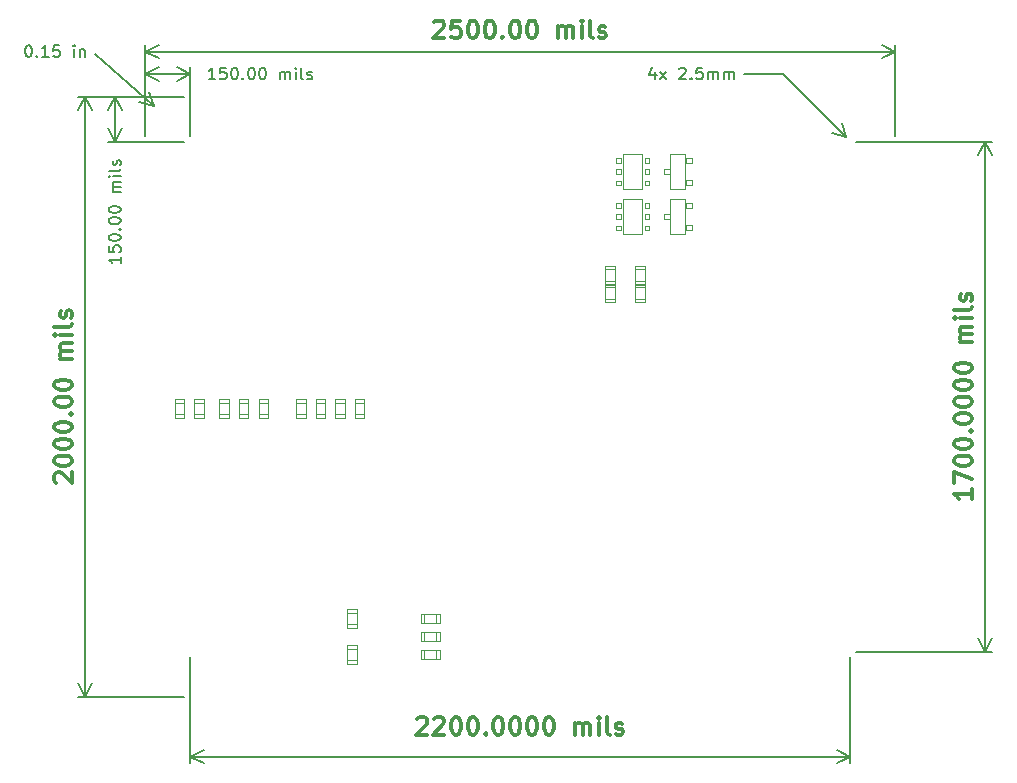
<source format=gbr>
%TF.GenerationSoftware,KiCad,Pcbnew,9.0.4*%
%TF.CreationDate,2026-02-16T08:56:39-05:00*%
%TF.ProjectId,destinationWeatherStation_v4-5,64657374-696e-4617-9469-6f6e57656174,03*%
%TF.SameCoordinates,PX6bcb370PY43d3480*%
%TF.FileFunction,OtherDrawing,Comment*%
%FSLAX46Y46*%
G04 Gerber Fmt 4.6, Leading zero omitted, Abs format (unit mm)*
G04 Created by KiCad (PCBNEW 9.0.4) date 2026-02-16 08:56:39*
%MOMM*%
%LPD*%
G01*
G04 APERTURE LIST*
%ADD10C,0.300000*%
%ADD11C,0.150000*%
%ADD12C,0.200000*%
%ADD13C,0.025000*%
G04 APERTURE END LIST*
D10*
X69998328Y-33257140D02*
X69998328Y-34114283D01*
X69998328Y-33685712D02*
X68498328Y-33685712D01*
X68498328Y-33685712D02*
X68712614Y-33828569D01*
X68712614Y-33828569D02*
X68855471Y-33971426D01*
X68855471Y-33971426D02*
X68926900Y-34114283D01*
X68498328Y-32757141D02*
X68498328Y-31757141D01*
X68498328Y-31757141D02*
X69998328Y-32399998D01*
X68498328Y-30899998D02*
X68498328Y-30757141D01*
X68498328Y-30757141D02*
X68569757Y-30614284D01*
X68569757Y-30614284D02*
X68641185Y-30542856D01*
X68641185Y-30542856D02*
X68784042Y-30471427D01*
X68784042Y-30471427D02*
X69069757Y-30399998D01*
X69069757Y-30399998D02*
X69426900Y-30399998D01*
X69426900Y-30399998D02*
X69712614Y-30471427D01*
X69712614Y-30471427D02*
X69855471Y-30542856D01*
X69855471Y-30542856D02*
X69926900Y-30614284D01*
X69926900Y-30614284D02*
X69998328Y-30757141D01*
X69998328Y-30757141D02*
X69998328Y-30899998D01*
X69998328Y-30899998D02*
X69926900Y-31042856D01*
X69926900Y-31042856D02*
X69855471Y-31114284D01*
X69855471Y-31114284D02*
X69712614Y-31185713D01*
X69712614Y-31185713D02*
X69426900Y-31257141D01*
X69426900Y-31257141D02*
X69069757Y-31257141D01*
X69069757Y-31257141D02*
X68784042Y-31185713D01*
X68784042Y-31185713D02*
X68641185Y-31114284D01*
X68641185Y-31114284D02*
X68569757Y-31042856D01*
X68569757Y-31042856D02*
X68498328Y-30899998D01*
X68498328Y-29471427D02*
X68498328Y-29328570D01*
X68498328Y-29328570D02*
X68569757Y-29185713D01*
X68569757Y-29185713D02*
X68641185Y-29114285D01*
X68641185Y-29114285D02*
X68784042Y-29042856D01*
X68784042Y-29042856D02*
X69069757Y-28971427D01*
X69069757Y-28971427D02*
X69426900Y-28971427D01*
X69426900Y-28971427D02*
X69712614Y-29042856D01*
X69712614Y-29042856D02*
X69855471Y-29114285D01*
X69855471Y-29114285D02*
X69926900Y-29185713D01*
X69926900Y-29185713D02*
X69998328Y-29328570D01*
X69998328Y-29328570D02*
X69998328Y-29471427D01*
X69998328Y-29471427D02*
X69926900Y-29614285D01*
X69926900Y-29614285D02*
X69855471Y-29685713D01*
X69855471Y-29685713D02*
X69712614Y-29757142D01*
X69712614Y-29757142D02*
X69426900Y-29828570D01*
X69426900Y-29828570D02*
X69069757Y-29828570D01*
X69069757Y-29828570D02*
X68784042Y-29757142D01*
X68784042Y-29757142D02*
X68641185Y-29685713D01*
X68641185Y-29685713D02*
X68569757Y-29614285D01*
X68569757Y-29614285D02*
X68498328Y-29471427D01*
X69855471Y-28328571D02*
X69926900Y-28257142D01*
X69926900Y-28257142D02*
X69998328Y-28328571D01*
X69998328Y-28328571D02*
X69926900Y-28399999D01*
X69926900Y-28399999D02*
X69855471Y-28328571D01*
X69855471Y-28328571D02*
X69998328Y-28328571D01*
X68498328Y-27328570D02*
X68498328Y-27185713D01*
X68498328Y-27185713D02*
X68569757Y-27042856D01*
X68569757Y-27042856D02*
X68641185Y-26971428D01*
X68641185Y-26971428D02*
X68784042Y-26899999D01*
X68784042Y-26899999D02*
X69069757Y-26828570D01*
X69069757Y-26828570D02*
X69426900Y-26828570D01*
X69426900Y-26828570D02*
X69712614Y-26899999D01*
X69712614Y-26899999D02*
X69855471Y-26971428D01*
X69855471Y-26971428D02*
X69926900Y-27042856D01*
X69926900Y-27042856D02*
X69998328Y-27185713D01*
X69998328Y-27185713D02*
X69998328Y-27328570D01*
X69998328Y-27328570D02*
X69926900Y-27471428D01*
X69926900Y-27471428D02*
X69855471Y-27542856D01*
X69855471Y-27542856D02*
X69712614Y-27614285D01*
X69712614Y-27614285D02*
X69426900Y-27685713D01*
X69426900Y-27685713D02*
X69069757Y-27685713D01*
X69069757Y-27685713D02*
X68784042Y-27614285D01*
X68784042Y-27614285D02*
X68641185Y-27542856D01*
X68641185Y-27542856D02*
X68569757Y-27471428D01*
X68569757Y-27471428D02*
X68498328Y-27328570D01*
X68498328Y-25899999D02*
X68498328Y-25757142D01*
X68498328Y-25757142D02*
X68569757Y-25614285D01*
X68569757Y-25614285D02*
X68641185Y-25542857D01*
X68641185Y-25542857D02*
X68784042Y-25471428D01*
X68784042Y-25471428D02*
X69069757Y-25399999D01*
X69069757Y-25399999D02*
X69426900Y-25399999D01*
X69426900Y-25399999D02*
X69712614Y-25471428D01*
X69712614Y-25471428D02*
X69855471Y-25542857D01*
X69855471Y-25542857D02*
X69926900Y-25614285D01*
X69926900Y-25614285D02*
X69998328Y-25757142D01*
X69998328Y-25757142D02*
X69998328Y-25899999D01*
X69998328Y-25899999D02*
X69926900Y-26042857D01*
X69926900Y-26042857D02*
X69855471Y-26114285D01*
X69855471Y-26114285D02*
X69712614Y-26185714D01*
X69712614Y-26185714D02*
X69426900Y-26257142D01*
X69426900Y-26257142D02*
X69069757Y-26257142D01*
X69069757Y-26257142D02*
X68784042Y-26185714D01*
X68784042Y-26185714D02*
X68641185Y-26114285D01*
X68641185Y-26114285D02*
X68569757Y-26042857D01*
X68569757Y-26042857D02*
X68498328Y-25899999D01*
X68498328Y-24471428D02*
X68498328Y-24328571D01*
X68498328Y-24328571D02*
X68569757Y-24185714D01*
X68569757Y-24185714D02*
X68641185Y-24114286D01*
X68641185Y-24114286D02*
X68784042Y-24042857D01*
X68784042Y-24042857D02*
X69069757Y-23971428D01*
X69069757Y-23971428D02*
X69426900Y-23971428D01*
X69426900Y-23971428D02*
X69712614Y-24042857D01*
X69712614Y-24042857D02*
X69855471Y-24114286D01*
X69855471Y-24114286D02*
X69926900Y-24185714D01*
X69926900Y-24185714D02*
X69998328Y-24328571D01*
X69998328Y-24328571D02*
X69998328Y-24471428D01*
X69998328Y-24471428D02*
X69926900Y-24614286D01*
X69926900Y-24614286D02*
X69855471Y-24685714D01*
X69855471Y-24685714D02*
X69712614Y-24757143D01*
X69712614Y-24757143D02*
X69426900Y-24828571D01*
X69426900Y-24828571D02*
X69069757Y-24828571D01*
X69069757Y-24828571D02*
X68784042Y-24757143D01*
X68784042Y-24757143D02*
X68641185Y-24685714D01*
X68641185Y-24685714D02*
X68569757Y-24614286D01*
X68569757Y-24614286D02*
X68498328Y-24471428D01*
X68498328Y-23042857D02*
X68498328Y-22900000D01*
X68498328Y-22900000D02*
X68569757Y-22757143D01*
X68569757Y-22757143D02*
X68641185Y-22685715D01*
X68641185Y-22685715D02*
X68784042Y-22614286D01*
X68784042Y-22614286D02*
X69069757Y-22542857D01*
X69069757Y-22542857D02*
X69426900Y-22542857D01*
X69426900Y-22542857D02*
X69712614Y-22614286D01*
X69712614Y-22614286D02*
X69855471Y-22685715D01*
X69855471Y-22685715D02*
X69926900Y-22757143D01*
X69926900Y-22757143D02*
X69998328Y-22900000D01*
X69998328Y-22900000D02*
X69998328Y-23042857D01*
X69998328Y-23042857D02*
X69926900Y-23185715D01*
X69926900Y-23185715D02*
X69855471Y-23257143D01*
X69855471Y-23257143D02*
X69712614Y-23328572D01*
X69712614Y-23328572D02*
X69426900Y-23400000D01*
X69426900Y-23400000D02*
X69069757Y-23400000D01*
X69069757Y-23400000D02*
X68784042Y-23328572D01*
X68784042Y-23328572D02*
X68641185Y-23257143D01*
X68641185Y-23257143D02*
X68569757Y-23185715D01*
X68569757Y-23185715D02*
X68498328Y-23042857D01*
X69998328Y-20757144D02*
X68998328Y-20757144D01*
X69141185Y-20757144D02*
X69069757Y-20685715D01*
X69069757Y-20685715D02*
X68998328Y-20542858D01*
X68998328Y-20542858D02*
X68998328Y-20328572D01*
X68998328Y-20328572D02*
X69069757Y-20185715D01*
X69069757Y-20185715D02*
X69212614Y-20114287D01*
X69212614Y-20114287D02*
X69998328Y-20114287D01*
X69212614Y-20114287D02*
X69069757Y-20042858D01*
X69069757Y-20042858D02*
X68998328Y-19900001D01*
X68998328Y-19900001D02*
X68998328Y-19685715D01*
X68998328Y-19685715D02*
X69069757Y-19542858D01*
X69069757Y-19542858D02*
X69212614Y-19471429D01*
X69212614Y-19471429D02*
X69998328Y-19471429D01*
X69998328Y-18757144D02*
X68998328Y-18757144D01*
X68498328Y-18757144D02*
X68569757Y-18828572D01*
X68569757Y-18828572D02*
X68641185Y-18757144D01*
X68641185Y-18757144D02*
X68569757Y-18685715D01*
X68569757Y-18685715D02*
X68498328Y-18757144D01*
X68498328Y-18757144D02*
X68641185Y-18757144D01*
X69998328Y-17828572D02*
X69926900Y-17971429D01*
X69926900Y-17971429D02*
X69784042Y-18042858D01*
X69784042Y-18042858D02*
X68498328Y-18042858D01*
X69926900Y-17328572D02*
X69998328Y-17185715D01*
X69998328Y-17185715D02*
X69998328Y-16900001D01*
X69998328Y-16900001D02*
X69926900Y-16757144D01*
X69926900Y-16757144D02*
X69784042Y-16685715D01*
X69784042Y-16685715D02*
X69712614Y-16685715D01*
X69712614Y-16685715D02*
X69569757Y-16757144D01*
X69569757Y-16757144D02*
X69498328Y-16900001D01*
X69498328Y-16900001D02*
X69498328Y-17114287D01*
X69498328Y-17114287D02*
X69426900Y-17257144D01*
X69426900Y-17257144D02*
X69284042Y-17328572D01*
X69284042Y-17328572D02*
X69212614Y-17328572D01*
X69212614Y-17328572D02*
X69069757Y-17257144D01*
X69069757Y-17257144D02*
X68998328Y-17114287D01*
X68998328Y-17114287D02*
X68998328Y-16900001D01*
X68998328Y-16900001D02*
X69069757Y-16757144D01*
D11*
X60190000Y-3810000D02*
X71706420Y-3810000D01*
X60190000Y-46990000D02*
X71706420Y-46990000D01*
X71120000Y-3810000D02*
X71120000Y-46990000D01*
X71120000Y-3810000D02*
X71706421Y-4936504D01*
X71120000Y-3810000D02*
X70533579Y-4936504D01*
X71120000Y-46990000D02*
X70533579Y-45863496D01*
X71120000Y-46990000D02*
X71706421Y-45863496D01*
D10*
X-7558815Y-32685712D02*
X-7630243Y-32614284D01*
X-7630243Y-32614284D02*
X-7701672Y-32471427D01*
X-7701672Y-32471427D02*
X-7701672Y-32114284D01*
X-7701672Y-32114284D02*
X-7630243Y-31971427D01*
X-7630243Y-31971427D02*
X-7558815Y-31899998D01*
X-7558815Y-31899998D02*
X-7415958Y-31828569D01*
X-7415958Y-31828569D02*
X-7273100Y-31828569D01*
X-7273100Y-31828569D02*
X-7058815Y-31899998D01*
X-7058815Y-31899998D02*
X-6201672Y-32757141D01*
X-6201672Y-32757141D02*
X-6201672Y-31828569D01*
X-7701672Y-30899998D02*
X-7701672Y-30757141D01*
X-7701672Y-30757141D02*
X-7630243Y-30614284D01*
X-7630243Y-30614284D02*
X-7558815Y-30542856D01*
X-7558815Y-30542856D02*
X-7415958Y-30471427D01*
X-7415958Y-30471427D02*
X-7130243Y-30399998D01*
X-7130243Y-30399998D02*
X-6773100Y-30399998D01*
X-6773100Y-30399998D02*
X-6487386Y-30471427D01*
X-6487386Y-30471427D02*
X-6344529Y-30542856D01*
X-6344529Y-30542856D02*
X-6273100Y-30614284D01*
X-6273100Y-30614284D02*
X-6201672Y-30757141D01*
X-6201672Y-30757141D02*
X-6201672Y-30899998D01*
X-6201672Y-30899998D02*
X-6273100Y-31042856D01*
X-6273100Y-31042856D02*
X-6344529Y-31114284D01*
X-6344529Y-31114284D02*
X-6487386Y-31185713D01*
X-6487386Y-31185713D02*
X-6773100Y-31257141D01*
X-6773100Y-31257141D02*
X-7130243Y-31257141D01*
X-7130243Y-31257141D02*
X-7415958Y-31185713D01*
X-7415958Y-31185713D02*
X-7558815Y-31114284D01*
X-7558815Y-31114284D02*
X-7630243Y-31042856D01*
X-7630243Y-31042856D02*
X-7701672Y-30899998D01*
X-7701672Y-29471427D02*
X-7701672Y-29328570D01*
X-7701672Y-29328570D02*
X-7630243Y-29185713D01*
X-7630243Y-29185713D02*
X-7558815Y-29114285D01*
X-7558815Y-29114285D02*
X-7415958Y-29042856D01*
X-7415958Y-29042856D02*
X-7130243Y-28971427D01*
X-7130243Y-28971427D02*
X-6773100Y-28971427D01*
X-6773100Y-28971427D02*
X-6487386Y-29042856D01*
X-6487386Y-29042856D02*
X-6344529Y-29114285D01*
X-6344529Y-29114285D02*
X-6273100Y-29185713D01*
X-6273100Y-29185713D02*
X-6201672Y-29328570D01*
X-6201672Y-29328570D02*
X-6201672Y-29471427D01*
X-6201672Y-29471427D02*
X-6273100Y-29614285D01*
X-6273100Y-29614285D02*
X-6344529Y-29685713D01*
X-6344529Y-29685713D02*
X-6487386Y-29757142D01*
X-6487386Y-29757142D02*
X-6773100Y-29828570D01*
X-6773100Y-29828570D02*
X-7130243Y-29828570D01*
X-7130243Y-29828570D02*
X-7415958Y-29757142D01*
X-7415958Y-29757142D02*
X-7558815Y-29685713D01*
X-7558815Y-29685713D02*
X-7630243Y-29614285D01*
X-7630243Y-29614285D02*
X-7701672Y-29471427D01*
X-7701672Y-28042856D02*
X-7701672Y-27899999D01*
X-7701672Y-27899999D02*
X-7630243Y-27757142D01*
X-7630243Y-27757142D02*
X-7558815Y-27685714D01*
X-7558815Y-27685714D02*
X-7415958Y-27614285D01*
X-7415958Y-27614285D02*
X-7130243Y-27542856D01*
X-7130243Y-27542856D02*
X-6773100Y-27542856D01*
X-6773100Y-27542856D02*
X-6487386Y-27614285D01*
X-6487386Y-27614285D02*
X-6344529Y-27685714D01*
X-6344529Y-27685714D02*
X-6273100Y-27757142D01*
X-6273100Y-27757142D02*
X-6201672Y-27899999D01*
X-6201672Y-27899999D02*
X-6201672Y-28042856D01*
X-6201672Y-28042856D02*
X-6273100Y-28185714D01*
X-6273100Y-28185714D02*
X-6344529Y-28257142D01*
X-6344529Y-28257142D02*
X-6487386Y-28328571D01*
X-6487386Y-28328571D02*
X-6773100Y-28399999D01*
X-6773100Y-28399999D02*
X-7130243Y-28399999D01*
X-7130243Y-28399999D02*
X-7415958Y-28328571D01*
X-7415958Y-28328571D02*
X-7558815Y-28257142D01*
X-7558815Y-28257142D02*
X-7630243Y-28185714D01*
X-7630243Y-28185714D02*
X-7701672Y-28042856D01*
X-6344529Y-26900000D02*
X-6273100Y-26828571D01*
X-6273100Y-26828571D02*
X-6201672Y-26900000D01*
X-6201672Y-26900000D02*
X-6273100Y-26971428D01*
X-6273100Y-26971428D02*
X-6344529Y-26900000D01*
X-6344529Y-26900000D02*
X-6201672Y-26900000D01*
X-7701672Y-25899999D02*
X-7701672Y-25757142D01*
X-7701672Y-25757142D02*
X-7630243Y-25614285D01*
X-7630243Y-25614285D02*
X-7558815Y-25542857D01*
X-7558815Y-25542857D02*
X-7415958Y-25471428D01*
X-7415958Y-25471428D02*
X-7130243Y-25399999D01*
X-7130243Y-25399999D02*
X-6773100Y-25399999D01*
X-6773100Y-25399999D02*
X-6487386Y-25471428D01*
X-6487386Y-25471428D02*
X-6344529Y-25542857D01*
X-6344529Y-25542857D02*
X-6273100Y-25614285D01*
X-6273100Y-25614285D02*
X-6201672Y-25757142D01*
X-6201672Y-25757142D02*
X-6201672Y-25899999D01*
X-6201672Y-25899999D02*
X-6273100Y-26042857D01*
X-6273100Y-26042857D02*
X-6344529Y-26114285D01*
X-6344529Y-26114285D02*
X-6487386Y-26185714D01*
X-6487386Y-26185714D02*
X-6773100Y-26257142D01*
X-6773100Y-26257142D02*
X-7130243Y-26257142D01*
X-7130243Y-26257142D02*
X-7415958Y-26185714D01*
X-7415958Y-26185714D02*
X-7558815Y-26114285D01*
X-7558815Y-26114285D02*
X-7630243Y-26042857D01*
X-7630243Y-26042857D02*
X-7701672Y-25899999D01*
X-7701672Y-24471428D02*
X-7701672Y-24328571D01*
X-7701672Y-24328571D02*
X-7630243Y-24185714D01*
X-7630243Y-24185714D02*
X-7558815Y-24114286D01*
X-7558815Y-24114286D02*
X-7415958Y-24042857D01*
X-7415958Y-24042857D02*
X-7130243Y-23971428D01*
X-7130243Y-23971428D02*
X-6773100Y-23971428D01*
X-6773100Y-23971428D02*
X-6487386Y-24042857D01*
X-6487386Y-24042857D02*
X-6344529Y-24114286D01*
X-6344529Y-24114286D02*
X-6273100Y-24185714D01*
X-6273100Y-24185714D02*
X-6201672Y-24328571D01*
X-6201672Y-24328571D02*
X-6201672Y-24471428D01*
X-6201672Y-24471428D02*
X-6273100Y-24614286D01*
X-6273100Y-24614286D02*
X-6344529Y-24685714D01*
X-6344529Y-24685714D02*
X-6487386Y-24757143D01*
X-6487386Y-24757143D02*
X-6773100Y-24828571D01*
X-6773100Y-24828571D02*
X-7130243Y-24828571D01*
X-7130243Y-24828571D02*
X-7415958Y-24757143D01*
X-7415958Y-24757143D02*
X-7558815Y-24685714D01*
X-7558815Y-24685714D02*
X-7630243Y-24614286D01*
X-7630243Y-24614286D02*
X-7701672Y-24471428D01*
X-6201672Y-22185715D02*
X-7201672Y-22185715D01*
X-7058815Y-22185715D02*
X-7130243Y-22114286D01*
X-7130243Y-22114286D02*
X-7201672Y-21971429D01*
X-7201672Y-21971429D02*
X-7201672Y-21757143D01*
X-7201672Y-21757143D02*
X-7130243Y-21614286D01*
X-7130243Y-21614286D02*
X-6987386Y-21542858D01*
X-6987386Y-21542858D02*
X-6201672Y-21542858D01*
X-6987386Y-21542858D02*
X-7130243Y-21471429D01*
X-7130243Y-21471429D02*
X-7201672Y-21328572D01*
X-7201672Y-21328572D02*
X-7201672Y-21114286D01*
X-7201672Y-21114286D02*
X-7130243Y-20971429D01*
X-7130243Y-20971429D02*
X-6987386Y-20900000D01*
X-6987386Y-20900000D02*
X-6201672Y-20900000D01*
X-6201672Y-20185715D02*
X-7201672Y-20185715D01*
X-7701672Y-20185715D02*
X-7630243Y-20257143D01*
X-7630243Y-20257143D02*
X-7558815Y-20185715D01*
X-7558815Y-20185715D02*
X-7630243Y-20114286D01*
X-7630243Y-20114286D02*
X-7701672Y-20185715D01*
X-7701672Y-20185715D02*
X-7558815Y-20185715D01*
X-6201672Y-19257143D02*
X-6273100Y-19400000D01*
X-6273100Y-19400000D02*
X-6415958Y-19471429D01*
X-6415958Y-19471429D02*
X-7701672Y-19471429D01*
X-6273100Y-18757143D02*
X-6201672Y-18614286D01*
X-6201672Y-18614286D02*
X-6201672Y-18328572D01*
X-6201672Y-18328572D02*
X-6273100Y-18185715D01*
X-6273100Y-18185715D02*
X-6415958Y-18114286D01*
X-6415958Y-18114286D02*
X-6487386Y-18114286D01*
X-6487386Y-18114286D02*
X-6630243Y-18185715D01*
X-6630243Y-18185715D02*
X-6701672Y-18328572D01*
X-6701672Y-18328572D02*
X-6701672Y-18542858D01*
X-6701672Y-18542858D02*
X-6773100Y-18685715D01*
X-6773100Y-18685715D02*
X-6915958Y-18757143D01*
X-6915958Y-18757143D02*
X-6987386Y-18757143D01*
X-6987386Y-18757143D02*
X-7130243Y-18685715D01*
X-7130243Y-18685715D02*
X-7201672Y-18542858D01*
X-7201672Y-18542858D02*
X-7201672Y-18328572D01*
X-7201672Y-18328572D02*
X-7130243Y-18185715D01*
D12*
X3310000Y0D02*
X-5666420Y0D01*
X3310000Y-50800000D02*
X-5666420Y-50800000D01*
X-5080000Y0D02*
X-5080000Y-50800000D01*
X-5080000Y0D02*
X-4493579Y-1126504D01*
X-5080000Y0D02*
X-5666421Y-1126504D01*
X-5080000Y-50800000D02*
X-5666421Y-49673496D01*
X-5080000Y-50800000D02*
X-4493579Y-49673496D01*
D11*
X-2085181Y-13559636D02*
X-2085181Y-14131064D01*
X-2085181Y-13845350D02*
X-3085181Y-13845350D01*
X-3085181Y-13845350D02*
X-2942324Y-13940588D01*
X-2942324Y-13940588D02*
X-2847086Y-14035826D01*
X-2847086Y-14035826D02*
X-2799467Y-14131064D01*
X-3085181Y-12654874D02*
X-3085181Y-13131064D01*
X-3085181Y-13131064D02*
X-2608991Y-13178683D01*
X-2608991Y-13178683D02*
X-2656610Y-13131064D01*
X-2656610Y-13131064D02*
X-2704229Y-13035826D01*
X-2704229Y-13035826D02*
X-2704229Y-12797731D01*
X-2704229Y-12797731D02*
X-2656610Y-12702493D01*
X-2656610Y-12702493D02*
X-2608991Y-12654874D01*
X-2608991Y-12654874D02*
X-2513753Y-12607255D01*
X-2513753Y-12607255D02*
X-2275658Y-12607255D01*
X-2275658Y-12607255D02*
X-2180420Y-12654874D01*
X-2180420Y-12654874D02*
X-2132800Y-12702493D01*
X-2132800Y-12702493D02*
X-2085181Y-12797731D01*
X-2085181Y-12797731D02*
X-2085181Y-13035826D01*
X-2085181Y-13035826D02*
X-2132800Y-13131064D01*
X-2132800Y-13131064D02*
X-2180420Y-13178683D01*
X-3085181Y-11988207D02*
X-3085181Y-11892969D01*
X-3085181Y-11892969D02*
X-3037562Y-11797731D01*
X-3037562Y-11797731D02*
X-2989943Y-11750112D01*
X-2989943Y-11750112D02*
X-2894705Y-11702493D01*
X-2894705Y-11702493D02*
X-2704229Y-11654874D01*
X-2704229Y-11654874D02*
X-2466134Y-11654874D01*
X-2466134Y-11654874D02*
X-2275658Y-11702493D01*
X-2275658Y-11702493D02*
X-2180420Y-11750112D01*
X-2180420Y-11750112D02*
X-2132800Y-11797731D01*
X-2132800Y-11797731D02*
X-2085181Y-11892969D01*
X-2085181Y-11892969D02*
X-2085181Y-11988207D01*
X-2085181Y-11988207D02*
X-2132800Y-12083445D01*
X-2132800Y-12083445D02*
X-2180420Y-12131064D01*
X-2180420Y-12131064D02*
X-2275658Y-12178683D01*
X-2275658Y-12178683D02*
X-2466134Y-12226302D01*
X-2466134Y-12226302D02*
X-2704229Y-12226302D01*
X-2704229Y-12226302D02*
X-2894705Y-12178683D01*
X-2894705Y-12178683D02*
X-2989943Y-12131064D01*
X-2989943Y-12131064D02*
X-3037562Y-12083445D01*
X-3037562Y-12083445D02*
X-3085181Y-11988207D01*
X-2180420Y-11226302D02*
X-2132800Y-11178683D01*
X-2132800Y-11178683D02*
X-2085181Y-11226302D01*
X-2085181Y-11226302D02*
X-2132800Y-11273921D01*
X-2132800Y-11273921D02*
X-2180420Y-11226302D01*
X-2180420Y-11226302D02*
X-2085181Y-11226302D01*
X-3085181Y-10559636D02*
X-3085181Y-10464398D01*
X-3085181Y-10464398D02*
X-3037562Y-10369160D01*
X-3037562Y-10369160D02*
X-2989943Y-10321541D01*
X-2989943Y-10321541D02*
X-2894705Y-10273922D01*
X-2894705Y-10273922D02*
X-2704229Y-10226303D01*
X-2704229Y-10226303D02*
X-2466134Y-10226303D01*
X-2466134Y-10226303D02*
X-2275658Y-10273922D01*
X-2275658Y-10273922D02*
X-2180420Y-10321541D01*
X-2180420Y-10321541D02*
X-2132800Y-10369160D01*
X-2132800Y-10369160D02*
X-2085181Y-10464398D01*
X-2085181Y-10464398D02*
X-2085181Y-10559636D01*
X-2085181Y-10559636D02*
X-2132800Y-10654874D01*
X-2132800Y-10654874D02*
X-2180420Y-10702493D01*
X-2180420Y-10702493D02*
X-2275658Y-10750112D01*
X-2275658Y-10750112D02*
X-2466134Y-10797731D01*
X-2466134Y-10797731D02*
X-2704229Y-10797731D01*
X-2704229Y-10797731D02*
X-2894705Y-10750112D01*
X-2894705Y-10750112D02*
X-2989943Y-10702493D01*
X-2989943Y-10702493D02*
X-3037562Y-10654874D01*
X-3037562Y-10654874D02*
X-3085181Y-10559636D01*
X-3085181Y-9607255D02*
X-3085181Y-9512017D01*
X-3085181Y-9512017D02*
X-3037562Y-9416779D01*
X-3037562Y-9416779D02*
X-2989943Y-9369160D01*
X-2989943Y-9369160D02*
X-2894705Y-9321541D01*
X-2894705Y-9321541D02*
X-2704229Y-9273922D01*
X-2704229Y-9273922D02*
X-2466134Y-9273922D01*
X-2466134Y-9273922D02*
X-2275658Y-9321541D01*
X-2275658Y-9321541D02*
X-2180420Y-9369160D01*
X-2180420Y-9369160D02*
X-2132800Y-9416779D01*
X-2132800Y-9416779D02*
X-2085181Y-9512017D01*
X-2085181Y-9512017D02*
X-2085181Y-9607255D01*
X-2085181Y-9607255D02*
X-2132800Y-9702493D01*
X-2132800Y-9702493D02*
X-2180420Y-9750112D01*
X-2180420Y-9750112D02*
X-2275658Y-9797731D01*
X-2275658Y-9797731D02*
X-2466134Y-9845350D01*
X-2466134Y-9845350D02*
X-2704229Y-9845350D01*
X-2704229Y-9845350D02*
X-2894705Y-9797731D01*
X-2894705Y-9797731D02*
X-2989943Y-9750112D01*
X-2989943Y-9750112D02*
X-3037562Y-9702493D01*
X-3037562Y-9702493D02*
X-3085181Y-9607255D01*
X-2085181Y-8083445D02*
X-2751848Y-8083445D01*
X-2656610Y-8083445D02*
X-2704229Y-8035826D01*
X-2704229Y-8035826D02*
X-2751848Y-7940588D01*
X-2751848Y-7940588D02*
X-2751848Y-7797731D01*
X-2751848Y-7797731D02*
X-2704229Y-7702493D01*
X-2704229Y-7702493D02*
X-2608991Y-7654874D01*
X-2608991Y-7654874D02*
X-2085181Y-7654874D01*
X-2608991Y-7654874D02*
X-2704229Y-7607255D01*
X-2704229Y-7607255D02*
X-2751848Y-7512017D01*
X-2751848Y-7512017D02*
X-2751848Y-7369160D01*
X-2751848Y-7369160D02*
X-2704229Y-7273921D01*
X-2704229Y-7273921D02*
X-2608991Y-7226302D01*
X-2608991Y-7226302D02*
X-2085181Y-7226302D01*
X-2085181Y-6750112D02*
X-2751848Y-6750112D01*
X-3085181Y-6750112D02*
X-3037562Y-6797731D01*
X-3037562Y-6797731D02*
X-2989943Y-6750112D01*
X-2989943Y-6750112D02*
X-3037562Y-6702493D01*
X-3037562Y-6702493D02*
X-3085181Y-6750112D01*
X-3085181Y-6750112D02*
X-2989943Y-6750112D01*
X-2085181Y-6131065D02*
X-2132800Y-6226303D01*
X-2132800Y-6226303D02*
X-2228039Y-6273922D01*
X-2228039Y-6273922D02*
X-3085181Y-6273922D01*
X-2132800Y-5797731D02*
X-2085181Y-5702493D01*
X-2085181Y-5702493D02*
X-2085181Y-5512017D01*
X-2085181Y-5512017D02*
X-2132800Y-5416779D01*
X-2132800Y-5416779D02*
X-2228039Y-5369160D01*
X-2228039Y-5369160D02*
X-2275658Y-5369160D01*
X-2275658Y-5369160D02*
X-2370896Y-5416779D01*
X-2370896Y-5416779D02*
X-2418515Y-5512017D01*
X-2418515Y-5512017D02*
X-2418515Y-5654874D01*
X-2418515Y-5654874D02*
X-2466134Y-5750112D01*
X-2466134Y-5750112D02*
X-2561372Y-5797731D01*
X-2561372Y-5797731D02*
X-2608991Y-5797731D01*
X-2608991Y-5797731D02*
X-2704229Y-5750112D01*
X-2704229Y-5750112D02*
X-2751848Y-5654874D01*
X-2751848Y-5654874D02*
X-2751848Y-5512017D01*
X-2751848Y-5512017D02*
X-2704229Y-5416779D01*
X3310000Y-3810000D02*
X-3126420Y-3810000D01*
X3310000Y0D02*
X-3126420Y0D01*
X-2540000Y-3810000D02*
X-2540000Y0D01*
X-2540000Y-3810000D02*
X-3126421Y-2683496D01*
X-2540000Y-3810000D02*
X-1953579Y-2683496D01*
X-2540000Y0D02*
X-1953579Y-1126504D01*
X-2540000Y0D02*
X-3126421Y-1126504D01*
D10*
X24464287Y6288815D02*
X24535715Y6360243D01*
X24535715Y6360243D02*
X24678573Y6431672D01*
X24678573Y6431672D02*
X25035715Y6431672D01*
X25035715Y6431672D02*
X25178573Y6360243D01*
X25178573Y6360243D02*
X25250001Y6288815D01*
X25250001Y6288815D02*
X25321430Y6145958D01*
X25321430Y6145958D02*
X25321430Y6003100D01*
X25321430Y6003100D02*
X25250001Y5788815D01*
X25250001Y5788815D02*
X24392858Y4931672D01*
X24392858Y4931672D02*
X25321430Y4931672D01*
X26678572Y6431672D02*
X25964286Y6431672D01*
X25964286Y6431672D02*
X25892858Y5717386D01*
X25892858Y5717386D02*
X25964286Y5788815D01*
X25964286Y5788815D02*
X26107144Y5860243D01*
X26107144Y5860243D02*
X26464286Y5860243D01*
X26464286Y5860243D02*
X26607144Y5788815D01*
X26607144Y5788815D02*
X26678572Y5717386D01*
X26678572Y5717386D02*
X26750001Y5574529D01*
X26750001Y5574529D02*
X26750001Y5217386D01*
X26750001Y5217386D02*
X26678572Y5074529D01*
X26678572Y5074529D02*
X26607144Y5003100D01*
X26607144Y5003100D02*
X26464286Y4931672D01*
X26464286Y4931672D02*
X26107144Y4931672D01*
X26107144Y4931672D02*
X25964286Y5003100D01*
X25964286Y5003100D02*
X25892858Y5074529D01*
X27678572Y6431672D02*
X27821429Y6431672D01*
X27821429Y6431672D02*
X27964286Y6360243D01*
X27964286Y6360243D02*
X28035715Y6288815D01*
X28035715Y6288815D02*
X28107143Y6145958D01*
X28107143Y6145958D02*
X28178572Y5860243D01*
X28178572Y5860243D02*
X28178572Y5503100D01*
X28178572Y5503100D02*
X28107143Y5217386D01*
X28107143Y5217386D02*
X28035715Y5074529D01*
X28035715Y5074529D02*
X27964286Y5003100D01*
X27964286Y5003100D02*
X27821429Y4931672D01*
X27821429Y4931672D02*
X27678572Y4931672D01*
X27678572Y4931672D02*
X27535715Y5003100D01*
X27535715Y5003100D02*
X27464286Y5074529D01*
X27464286Y5074529D02*
X27392857Y5217386D01*
X27392857Y5217386D02*
X27321429Y5503100D01*
X27321429Y5503100D02*
X27321429Y5860243D01*
X27321429Y5860243D02*
X27392857Y6145958D01*
X27392857Y6145958D02*
X27464286Y6288815D01*
X27464286Y6288815D02*
X27535715Y6360243D01*
X27535715Y6360243D02*
X27678572Y6431672D01*
X29107143Y6431672D02*
X29250000Y6431672D01*
X29250000Y6431672D02*
X29392857Y6360243D01*
X29392857Y6360243D02*
X29464286Y6288815D01*
X29464286Y6288815D02*
X29535714Y6145958D01*
X29535714Y6145958D02*
X29607143Y5860243D01*
X29607143Y5860243D02*
X29607143Y5503100D01*
X29607143Y5503100D02*
X29535714Y5217386D01*
X29535714Y5217386D02*
X29464286Y5074529D01*
X29464286Y5074529D02*
X29392857Y5003100D01*
X29392857Y5003100D02*
X29250000Y4931672D01*
X29250000Y4931672D02*
X29107143Y4931672D01*
X29107143Y4931672D02*
X28964286Y5003100D01*
X28964286Y5003100D02*
X28892857Y5074529D01*
X28892857Y5074529D02*
X28821428Y5217386D01*
X28821428Y5217386D02*
X28750000Y5503100D01*
X28750000Y5503100D02*
X28750000Y5860243D01*
X28750000Y5860243D02*
X28821428Y6145958D01*
X28821428Y6145958D02*
X28892857Y6288815D01*
X28892857Y6288815D02*
X28964286Y6360243D01*
X28964286Y6360243D02*
X29107143Y6431672D01*
X30249999Y5074529D02*
X30321428Y5003100D01*
X30321428Y5003100D02*
X30249999Y4931672D01*
X30249999Y4931672D02*
X30178571Y5003100D01*
X30178571Y5003100D02*
X30249999Y5074529D01*
X30249999Y5074529D02*
X30249999Y4931672D01*
X31250000Y6431672D02*
X31392857Y6431672D01*
X31392857Y6431672D02*
X31535714Y6360243D01*
X31535714Y6360243D02*
X31607143Y6288815D01*
X31607143Y6288815D02*
X31678571Y6145958D01*
X31678571Y6145958D02*
X31750000Y5860243D01*
X31750000Y5860243D02*
X31750000Y5503100D01*
X31750000Y5503100D02*
X31678571Y5217386D01*
X31678571Y5217386D02*
X31607143Y5074529D01*
X31607143Y5074529D02*
X31535714Y5003100D01*
X31535714Y5003100D02*
X31392857Y4931672D01*
X31392857Y4931672D02*
X31250000Y4931672D01*
X31250000Y4931672D02*
X31107143Y5003100D01*
X31107143Y5003100D02*
X31035714Y5074529D01*
X31035714Y5074529D02*
X30964285Y5217386D01*
X30964285Y5217386D02*
X30892857Y5503100D01*
X30892857Y5503100D02*
X30892857Y5860243D01*
X30892857Y5860243D02*
X30964285Y6145958D01*
X30964285Y6145958D02*
X31035714Y6288815D01*
X31035714Y6288815D02*
X31107143Y6360243D01*
X31107143Y6360243D02*
X31250000Y6431672D01*
X32678571Y6431672D02*
X32821428Y6431672D01*
X32821428Y6431672D02*
X32964285Y6360243D01*
X32964285Y6360243D02*
X33035714Y6288815D01*
X33035714Y6288815D02*
X33107142Y6145958D01*
X33107142Y6145958D02*
X33178571Y5860243D01*
X33178571Y5860243D02*
X33178571Y5503100D01*
X33178571Y5503100D02*
X33107142Y5217386D01*
X33107142Y5217386D02*
X33035714Y5074529D01*
X33035714Y5074529D02*
X32964285Y5003100D01*
X32964285Y5003100D02*
X32821428Y4931672D01*
X32821428Y4931672D02*
X32678571Y4931672D01*
X32678571Y4931672D02*
X32535714Y5003100D01*
X32535714Y5003100D02*
X32464285Y5074529D01*
X32464285Y5074529D02*
X32392856Y5217386D01*
X32392856Y5217386D02*
X32321428Y5503100D01*
X32321428Y5503100D02*
X32321428Y5860243D01*
X32321428Y5860243D02*
X32392856Y6145958D01*
X32392856Y6145958D02*
X32464285Y6288815D01*
X32464285Y6288815D02*
X32535714Y6360243D01*
X32535714Y6360243D02*
X32678571Y6431672D01*
X34964284Y4931672D02*
X34964284Y5931672D01*
X34964284Y5788815D02*
X35035713Y5860243D01*
X35035713Y5860243D02*
X35178570Y5931672D01*
X35178570Y5931672D02*
X35392856Y5931672D01*
X35392856Y5931672D02*
X35535713Y5860243D01*
X35535713Y5860243D02*
X35607142Y5717386D01*
X35607142Y5717386D02*
X35607142Y4931672D01*
X35607142Y5717386D02*
X35678570Y5860243D01*
X35678570Y5860243D02*
X35821427Y5931672D01*
X35821427Y5931672D02*
X36035713Y5931672D01*
X36035713Y5931672D02*
X36178570Y5860243D01*
X36178570Y5860243D02*
X36249999Y5717386D01*
X36249999Y5717386D02*
X36249999Y4931672D01*
X36964284Y4931672D02*
X36964284Y5931672D01*
X36964284Y6431672D02*
X36892856Y6360243D01*
X36892856Y6360243D02*
X36964284Y6288815D01*
X36964284Y6288815D02*
X37035713Y6360243D01*
X37035713Y6360243D02*
X36964284Y6431672D01*
X36964284Y6431672D02*
X36964284Y6288815D01*
X37892856Y4931672D02*
X37749999Y5003100D01*
X37749999Y5003100D02*
X37678570Y5145958D01*
X37678570Y5145958D02*
X37678570Y6431672D01*
X38392856Y5003100D02*
X38535713Y4931672D01*
X38535713Y4931672D02*
X38821427Y4931672D01*
X38821427Y4931672D02*
X38964284Y5003100D01*
X38964284Y5003100D02*
X39035713Y5145958D01*
X39035713Y5145958D02*
X39035713Y5217386D01*
X39035713Y5217386D02*
X38964284Y5360243D01*
X38964284Y5360243D02*
X38821427Y5431672D01*
X38821427Y5431672D02*
X38607142Y5431672D01*
X38607142Y5431672D02*
X38464284Y5503100D01*
X38464284Y5503100D02*
X38392856Y5645958D01*
X38392856Y5645958D02*
X38392856Y5717386D01*
X38392856Y5717386D02*
X38464284Y5860243D01*
X38464284Y5860243D02*
X38607142Y5931672D01*
X38607142Y5931672D02*
X38821427Y5931672D01*
X38821427Y5931672D02*
X38964284Y5860243D01*
D12*
X0Y-3310000D02*
X0Y4396420D01*
X63500000Y-3310000D02*
X63500000Y4396420D01*
X0Y3810000D02*
X63500000Y3810000D01*
X0Y3810000D02*
X1126504Y4396421D01*
X0Y3810000D02*
X1126504Y3223579D01*
X63500000Y3810000D02*
X62373496Y3223579D01*
X63500000Y3810000D02*
X62373496Y4396421D01*
D10*
X23035716Y-52661185D02*
X23107144Y-52589757D01*
X23107144Y-52589757D02*
X23250002Y-52518328D01*
X23250002Y-52518328D02*
X23607144Y-52518328D01*
X23607144Y-52518328D02*
X23750002Y-52589757D01*
X23750002Y-52589757D02*
X23821430Y-52661185D01*
X23821430Y-52661185D02*
X23892859Y-52804042D01*
X23892859Y-52804042D02*
X23892859Y-52946900D01*
X23892859Y-52946900D02*
X23821430Y-53161185D01*
X23821430Y-53161185D02*
X22964287Y-54018328D01*
X22964287Y-54018328D02*
X23892859Y-54018328D01*
X24464287Y-52661185D02*
X24535715Y-52589757D01*
X24535715Y-52589757D02*
X24678573Y-52518328D01*
X24678573Y-52518328D02*
X25035715Y-52518328D01*
X25035715Y-52518328D02*
X25178573Y-52589757D01*
X25178573Y-52589757D02*
X25250001Y-52661185D01*
X25250001Y-52661185D02*
X25321430Y-52804042D01*
X25321430Y-52804042D02*
X25321430Y-52946900D01*
X25321430Y-52946900D02*
X25250001Y-53161185D01*
X25250001Y-53161185D02*
X24392858Y-54018328D01*
X24392858Y-54018328D02*
X25321430Y-54018328D01*
X26250001Y-52518328D02*
X26392858Y-52518328D01*
X26392858Y-52518328D02*
X26535715Y-52589757D01*
X26535715Y-52589757D02*
X26607144Y-52661185D01*
X26607144Y-52661185D02*
X26678572Y-52804042D01*
X26678572Y-52804042D02*
X26750001Y-53089757D01*
X26750001Y-53089757D02*
X26750001Y-53446900D01*
X26750001Y-53446900D02*
X26678572Y-53732614D01*
X26678572Y-53732614D02*
X26607144Y-53875471D01*
X26607144Y-53875471D02*
X26535715Y-53946900D01*
X26535715Y-53946900D02*
X26392858Y-54018328D01*
X26392858Y-54018328D02*
X26250001Y-54018328D01*
X26250001Y-54018328D02*
X26107144Y-53946900D01*
X26107144Y-53946900D02*
X26035715Y-53875471D01*
X26035715Y-53875471D02*
X25964286Y-53732614D01*
X25964286Y-53732614D02*
X25892858Y-53446900D01*
X25892858Y-53446900D02*
X25892858Y-53089757D01*
X25892858Y-53089757D02*
X25964286Y-52804042D01*
X25964286Y-52804042D02*
X26035715Y-52661185D01*
X26035715Y-52661185D02*
X26107144Y-52589757D01*
X26107144Y-52589757D02*
X26250001Y-52518328D01*
X27678572Y-52518328D02*
X27821429Y-52518328D01*
X27821429Y-52518328D02*
X27964286Y-52589757D01*
X27964286Y-52589757D02*
X28035715Y-52661185D01*
X28035715Y-52661185D02*
X28107143Y-52804042D01*
X28107143Y-52804042D02*
X28178572Y-53089757D01*
X28178572Y-53089757D02*
X28178572Y-53446900D01*
X28178572Y-53446900D02*
X28107143Y-53732614D01*
X28107143Y-53732614D02*
X28035715Y-53875471D01*
X28035715Y-53875471D02*
X27964286Y-53946900D01*
X27964286Y-53946900D02*
X27821429Y-54018328D01*
X27821429Y-54018328D02*
X27678572Y-54018328D01*
X27678572Y-54018328D02*
X27535715Y-53946900D01*
X27535715Y-53946900D02*
X27464286Y-53875471D01*
X27464286Y-53875471D02*
X27392857Y-53732614D01*
X27392857Y-53732614D02*
X27321429Y-53446900D01*
X27321429Y-53446900D02*
X27321429Y-53089757D01*
X27321429Y-53089757D02*
X27392857Y-52804042D01*
X27392857Y-52804042D02*
X27464286Y-52661185D01*
X27464286Y-52661185D02*
X27535715Y-52589757D01*
X27535715Y-52589757D02*
X27678572Y-52518328D01*
X28821428Y-53875471D02*
X28892857Y-53946900D01*
X28892857Y-53946900D02*
X28821428Y-54018328D01*
X28821428Y-54018328D02*
X28750000Y-53946900D01*
X28750000Y-53946900D02*
X28821428Y-53875471D01*
X28821428Y-53875471D02*
X28821428Y-54018328D01*
X29821429Y-52518328D02*
X29964286Y-52518328D01*
X29964286Y-52518328D02*
X30107143Y-52589757D01*
X30107143Y-52589757D02*
X30178572Y-52661185D01*
X30178572Y-52661185D02*
X30250000Y-52804042D01*
X30250000Y-52804042D02*
X30321429Y-53089757D01*
X30321429Y-53089757D02*
X30321429Y-53446900D01*
X30321429Y-53446900D02*
X30250000Y-53732614D01*
X30250000Y-53732614D02*
X30178572Y-53875471D01*
X30178572Y-53875471D02*
X30107143Y-53946900D01*
X30107143Y-53946900D02*
X29964286Y-54018328D01*
X29964286Y-54018328D02*
X29821429Y-54018328D01*
X29821429Y-54018328D02*
X29678572Y-53946900D01*
X29678572Y-53946900D02*
X29607143Y-53875471D01*
X29607143Y-53875471D02*
X29535714Y-53732614D01*
X29535714Y-53732614D02*
X29464286Y-53446900D01*
X29464286Y-53446900D02*
X29464286Y-53089757D01*
X29464286Y-53089757D02*
X29535714Y-52804042D01*
X29535714Y-52804042D02*
X29607143Y-52661185D01*
X29607143Y-52661185D02*
X29678572Y-52589757D01*
X29678572Y-52589757D02*
X29821429Y-52518328D01*
X31250000Y-52518328D02*
X31392857Y-52518328D01*
X31392857Y-52518328D02*
X31535714Y-52589757D01*
X31535714Y-52589757D02*
X31607143Y-52661185D01*
X31607143Y-52661185D02*
X31678571Y-52804042D01*
X31678571Y-52804042D02*
X31750000Y-53089757D01*
X31750000Y-53089757D02*
X31750000Y-53446900D01*
X31750000Y-53446900D02*
X31678571Y-53732614D01*
X31678571Y-53732614D02*
X31607143Y-53875471D01*
X31607143Y-53875471D02*
X31535714Y-53946900D01*
X31535714Y-53946900D02*
X31392857Y-54018328D01*
X31392857Y-54018328D02*
X31250000Y-54018328D01*
X31250000Y-54018328D02*
X31107143Y-53946900D01*
X31107143Y-53946900D02*
X31035714Y-53875471D01*
X31035714Y-53875471D02*
X30964285Y-53732614D01*
X30964285Y-53732614D02*
X30892857Y-53446900D01*
X30892857Y-53446900D02*
X30892857Y-53089757D01*
X30892857Y-53089757D02*
X30964285Y-52804042D01*
X30964285Y-52804042D02*
X31035714Y-52661185D01*
X31035714Y-52661185D02*
X31107143Y-52589757D01*
X31107143Y-52589757D02*
X31250000Y-52518328D01*
X32678571Y-52518328D02*
X32821428Y-52518328D01*
X32821428Y-52518328D02*
X32964285Y-52589757D01*
X32964285Y-52589757D02*
X33035714Y-52661185D01*
X33035714Y-52661185D02*
X33107142Y-52804042D01*
X33107142Y-52804042D02*
X33178571Y-53089757D01*
X33178571Y-53089757D02*
X33178571Y-53446900D01*
X33178571Y-53446900D02*
X33107142Y-53732614D01*
X33107142Y-53732614D02*
X33035714Y-53875471D01*
X33035714Y-53875471D02*
X32964285Y-53946900D01*
X32964285Y-53946900D02*
X32821428Y-54018328D01*
X32821428Y-54018328D02*
X32678571Y-54018328D01*
X32678571Y-54018328D02*
X32535714Y-53946900D01*
X32535714Y-53946900D02*
X32464285Y-53875471D01*
X32464285Y-53875471D02*
X32392856Y-53732614D01*
X32392856Y-53732614D02*
X32321428Y-53446900D01*
X32321428Y-53446900D02*
X32321428Y-53089757D01*
X32321428Y-53089757D02*
X32392856Y-52804042D01*
X32392856Y-52804042D02*
X32464285Y-52661185D01*
X32464285Y-52661185D02*
X32535714Y-52589757D01*
X32535714Y-52589757D02*
X32678571Y-52518328D01*
X34107142Y-52518328D02*
X34249999Y-52518328D01*
X34249999Y-52518328D02*
X34392856Y-52589757D01*
X34392856Y-52589757D02*
X34464285Y-52661185D01*
X34464285Y-52661185D02*
X34535713Y-52804042D01*
X34535713Y-52804042D02*
X34607142Y-53089757D01*
X34607142Y-53089757D02*
X34607142Y-53446900D01*
X34607142Y-53446900D02*
X34535713Y-53732614D01*
X34535713Y-53732614D02*
X34464285Y-53875471D01*
X34464285Y-53875471D02*
X34392856Y-53946900D01*
X34392856Y-53946900D02*
X34249999Y-54018328D01*
X34249999Y-54018328D02*
X34107142Y-54018328D01*
X34107142Y-54018328D02*
X33964285Y-53946900D01*
X33964285Y-53946900D02*
X33892856Y-53875471D01*
X33892856Y-53875471D02*
X33821427Y-53732614D01*
X33821427Y-53732614D02*
X33749999Y-53446900D01*
X33749999Y-53446900D02*
X33749999Y-53089757D01*
X33749999Y-53089757D02*
X33821427Y-52804042D01*
X33821427Y-52804042D02*
X33892856Y-52661185D01*
X33892856Y-52661185D02*
X33964285Y-52589757D01*
X33964285Y-52589757D02*
X34107142Y-52518328D01*
X36392855Y-54018328D02*
X36392855Y-53018328D01*
X36392855Y-53161185D02*
X36464284Y-53089757D01*
X36464284Y-53089757D02*
X36607141Y-53018328D01*
X36607141Y-53018328D02*
X36821427Y-53018328D01*
X36821427Y-53018328D02*
X36964284Y-53089757D01*
X36964284Y-53089757D02*
X37035713Y-53232614D01*
X37035713Y-53232614D02*
X37035713Y-54018328D01*
X37035713Y-53232614D02*
X37107141Y-53089757D01*
X37107141Y-53089757D02*
X37249998Y-53018328D01*
X37249998Y-53018328D02*
X37464284Y-53018328D01*
X37464284Y-53018328D02*
X37607141Y-53089757D01*
X37607141Y-53089757D02*
X37678570Y-53232614D01*
X37678570Y-53232614D02*
X37678570Y-54018328D01*
X38392855Y-54018328D02*
X38392855Y-53018328D01*
X38392855Y-52518328D02*
X38321427Y-52589757D01*
X38321427Y-52589757D02*
X38392855Y-52661185D01*
X38392855Y-52661185D02*
X38464284Y-52589757D01*
X38464284Y-52589757D02*
X38392855Y-52518328D01*
X38392855Y-52518328D02*
X38392855Y-52661185D01*
X39321427Y-54018328D02*
X39178570Y-53946900D01*
X39178570Y-53946900D02*
X39107141Y-53804042D01*
X39107141Y-53804042D02*
X39107141Y-52518328D01*
X39821427Y-53946900D02*
X39964284Y-54018328D01*
X39964284Y-54018328D02*
X40249998Y-54018328D01*
X40249998Y-54018328D02*
X40392855Y-53946900D01*
X40392855Y-53946900D02*
X40464284Y-53804042D01*
X40464284Y-53804042D02*
X40464284Y-53732614D01*
X40464284Y-53732614D02*
X40392855Y-53589757D01*
X40392855Y-53589757D02*
X40249998Y-53518328D01*
X40249998Y-53518328D02*
X40035713Y-53518328D01*
X40035713Y-53518328D02*
X39892855Y-53446900D01*
X39892855Y-53446900D02*
X39821427Y-53304042D01*
X39821427Y-53304042D02*
X39821427Y-53232614D01*
X39821427Y-53232614D02*
X39892855Y-53089757D01*
X39892855Y-53089757D02*
X40035713Y-53018328D01*
X40035713Y-53018328D02*
X40249998Y-53018328D01*
X40249998Y-53018328D02*
X40392855Y-53089757D01*
D11*
X3810000Y-47490000D02*
X3810000Y-56466420D01*
X59690000Y-47490000D02*
X59690000Y-56466420D01*
X3810000Y-55880000D02*
X59690000Y-55880000D01*
X3810000Y-55880000D02*
X4936504Y-55293579D01*
X3810000Y-55880000D02*
X4936504Y-56466421D01*
X59690000Y-55880000D02*
X58563496Y-56466421D01*
X59690000Y-55880000D02*
X58563496Y-55293579D01*
X5940588Y1450181D02*
X5369160Y1450181D01*
X5654874Y1450181D02*
X5654874Y2450181D01*
X5654874Y2450181D02*
X5559636Y2307324D01*
X5559636Y2307324D02*
X5464398Y2212086D01*
X5464398Y2212086D02*
X5369160Y2164467D01*
X6845350Y2450181D02*
X6369160Y2450181D01*
X6369160Y2450181D02*
X6321541Y1973991D01*
X6321541Y1973991D02*
X6369160Y2021610D01*
X6369160Y2021610D02*
X6464398Y2069229D01*
X6464398Y2069229D02*
X6702493Y2069229D01*
X6702493Y2069229D02*
X6797731Y2021610D01*
X6797731Y2021610D02*
X6845350Y1973991D01*
X6845350Y1973991D02*
X6892969Y1878753D01*
X6892969Y1878753D02*
X6892969Y1640658D01*
X6892969Y1640658D02*
X6845350Y1545420D01*
X6845350Y1545420D02*
X6797731Y1497800D01*
X6797731Y1497800D02*
X6702493Y1450181D01*
X6702493Y1450181D02*
X6464398Y1450181D01*
X6464398Y1450181D02*
X6369160Y1497800D01*
X6369160Y1497800D02*
X6321541Y1545420D01*
X7512017Y2450181D02*
X7607255Y2450181D01*
X7607255Y2450181D02*
X7702493Y2402562D01*
X7702493Y2402562D02*
X7750112Y2354943D01*
X7750112Y2354943D02*
X7797731Y2259705D01*
X7797731Y2259705D02*
X7845350Y2069229D01*
X7845350Y2069229D02*
X7845350Y1831134D01*
X7845350Y1831134D02*
X7797731Y1640658D01*
X7797731Y1640658D02*
X7750112Y1545420D01*
X7750112Y1545420D02*
X7702493Y1497800D01*
X7702493Y1497800D02*
X7607255Y1450181D01*
X7607255Y1450181D02*
X7512017Y1450181D01*
X7512017Y1450181D02*
X7416779Y1497800D01*
X7416779Y1497800D02*
X7369160Y1545420D01*
X7369160Y1545420D02*
X7321541Y1640658D01*
X7321541Y1640658D02*
X7273922Y1831134D01*
X7273922Y1831134D02*
X7273922Y2069229D01*
X7273922Y2069229D02*
X7321541Y2259705D01*
X7321541Y2259705D02*
X7369160Y2354943D01*
X7369160Y2354943D02*
X7416779Y2402562D01*
X7416779Y2402562D02*
X7512017Y2450181D01*
X8273922Y1545420D02*
X8321541Y1497800D01*
X8321541Y1497800D02*
X8273922Y1450181D01*
X8273922Y1450181D02*
X8226303Y1497800D01*
X8226303Y1497800D02*
X8273922Y1545420D01*
X8273922Y1545420D02*
X8273922Y1450181D01*
X8940588Y2450181D02*
X9035826Y2450181D01*
X9035826Y2450181D02*
X9131064Y2402562D01*
X9131064Y2402562D02*
X9178683Y2354943D01*
X9178683Y2354943D02*
X9226302Y2259705D01*
X9226302Y2259705D02*
X9273921Y2069229D01*
X9273921Y2069229D02*
X9273921Y1831134D01*
X9273921Y1831134D02*
X9226302Y1640658D01*
X9226302Y1640658D02*
X9178683Y1545420D01*
X9178683Y1545420D02*
X9131064Y1497800D01*
X9131064Y1497800D02*
X9035826Y1450181D01*
X9035826Y1450181D02*
X8940588Y1450181D01*
X8940588Y1450181D02*
X8845350Y1497800D01*
X8845350Y1497800D02*
X8797731Y1545420D01*
X8797731Y1545420D02*
X8750112Y1640658D01*
X8750112Y1640658D02*
X8702493Y1831134D01*
X8702493Y1831134D02*
X8702493Y2069229D01*
X8702493Y2069229D02*
X8750112Y2259705D01*
X8750112Y2259705D02*
X8797731Y2354943D01*
X8797731Y2354943D02*
X8845350Y2402562D01*
X8845350Y2402562D02*
X8940588Y2450181D01*
X9892969Y2450181D02*
X9988207Y2450181D01*
X9988207Y2450181D02*
X10083445Y2402562D01*
X10083445Y2402562D02*
X10131064Y2354943D01*
X10131064Y2354943D02*
X10178683Y2259705D01*
X10178683Y2259705D02*
X10226302Y2069229D01*
X10226302Y2069229D02*
X10226302Y1831134D01*
X10226302Y1831134D02*
X10178683Y1640658D01*
X10178683Y1640658D02*
X10131064Y1545420D01*
X10131064Y1545420D02*
X10083445Y1497800D01*
X10083445Y1497800D02*
X9988207Y1450181D01*
X9988207Y1450181D02*
X9892969Y1450181D01*
X9892969Y1450181D02*
X9797731Y1497800D01*
X9797731Y1497800D02*
X9750112Y1545420D01*
X9750112Y1545420D02*
X9702493Y1640658D01*
X9702493Y1640658D02*
X9654874Y1831134D01*
X9654874Y1831134D02*
X9654874Y2069229D01*
X9654874Y2069229D02*
X9702493Y2259705D01*
X9702493Y2259705D02*
X9750112Y2354943D01*
X9750112Y2354943D02*
X9797731Y2402562D01*
X9797731Y2402562D02*
X9892969Y2450181D01*
X11416779Y1450181D02*
X11416779Y2116848D01*
X11416779Y2021610D02*
X11464398Y2069229D01*
X11464398Y2069229D02*
X11559636Y2116848D01*
X11559636Y2116848D02*
X11702493Y2116848D01*
X11702493Y2116848D02*
X11797731Y2069229D01*
X11797731Y2069229D02*
X11845350Y1973991D01*
X11845350Y1973991D02*
X11845350Y1450181D01*
X11845350Y1973991D02*
X11892969Y2069229D01*
X11892969Y2069229D02*
X11988207Y2116848D01*
X11988207Y2116848D02*
X12131064Y2116848D01*
X12131064Y2116848D02*
X12226303Y2069229D01*
X12226303Y2069229D02*
X12273922Y1973991D01*
X12273922Y1973991D02*
X12273922Y1450181D01*
X12750112Y1450181D02*
X12750112Y2116848D01*
X12750112Y2450181D02*
X12702493Y2402562D01*
X12702493Y2402562D02*
X12750112Y2354943D01*
X12750112Y2354943D02*
X12797731Y2402562D01*
X12797731Y2402562D02*
X12750112Y2450181D01*
X12750112Y2450181D02*
X12750112Y2354943D01*
X13369159Y1450181D02*
X13273921Y1497800D01*
X13273921Y1497800D02*
X13226302Y1593039D01*
X13226302Y1593039D02*
X13226302Y2450181D01*
X13702493Y1497800D02*
X13797731Y1450181D01*
X13797731Y1450181D02*
X13988207Y1450181D01*
X13988207Y1450181D02*
X14083445Y1497800D01*
X14083445Y1497800D02*
X14131064Y1593039D01*
X14131064Y1593039D02*
X14131064Y1640658D01*
X14131064Y1640658D02*
X14083445Y1735896D01*
X14083445Y1735896D02*
X13988207Y1783515D01*
X13988207Y1783515D02*
X13845350Y1783515D01*
X13845350Y1783515D02*
X13750112Y1831134D01*
X13750112Y1831134D02*
X13702493Y1926372D01*
X13702493Y1926372D02*
X13702493Y1973991D01*
X13702493Y1973991D02*
X13750112Y2069229D01*
X13750112Y2069229D02*
X13845350Y2116848D01*
X13845350Y2116848D02*
X13988207Y2116848D01*
X13988207Y2116848D02*
X14083445Y2069229D01*
X0Y-3310000D02*
X0Y2491420D01*
X3810000Y-3310000D02*
X3810000Y2491420D01*
X0Y1905000D02*
X3810000Y1905000D01*
X0Y1905000D02*
X1126504Y2491421D01*
X0Y1905000D02*
X1126504Y1318579D01*
X3810000Y1905000D02*
X2683496Y1318579D01*
X3810000Y1905000D02*
X2683496Y2491421D01*
X43161554Y2116848D02*
X43161554Y1450181D01*
X42923459Y2497800D02*
X42685364Y1783515D01*
X42685364Y1783515D02*
X43304411Y1783515D01*
X43590126Y1450181D02*
X44113935Y2116848D01*
X43590126Y2116848D02*
X44113935Y1450181D01*
X45209174Y2354943D02*
X45256793Y2402562D01*
X45256793Y2402562D02*
X45352031Y2450181D01*
X45352031Y2450181D02*
X45590126Y2450181D01*
X45590126Y2450181D02*
X45685364Y2402562D01*
X45685364Y2402562D02*
X45732983Y2354943D01*
X45732983Y2354943D02*
X45780602Y2259705D01*
X45780602Y2259705D02*
X45780602Y2164467D01*
X45780602Y2164467D02*
X45732983Y2021610D01*
X45732983Y2021610D02*
X45161555Y1450181D01*
X45161555Y1450181D02*
X45780602Y1450181D01*
X46209174Y1545420D02*
X46256793Y1497800D01*
X46256793Y1497800D02*
X46209174Y1450181D01*
X46209174Y1450181D02*
X46161555Y1497800D01*
X46161555Y1497800D02*
X46209174Y1545420D01*
X46209174Y1545420D02*
X46209174Y1450181D01*
X47161554Y2450181D02*
X46685364Y2450181D01*
X46685364Y2450181D02*
X46637745Y1973991D01*
X46637745Y1973991D02*
X46685364Y2021610D01*
X46685364Y2021610D02*
X46780602Y2069229D01*
X46780602Y2069229D02*
X47018697Y2069229D01*
X47018697Y2069229D02*
X47113935Y2021610D01*
X47113935Y2021610D02*
X47161554Y1973991D01*
X47161554Y1973991D02*
X47209173Y1878753D01*
X47209173Y1878753D02*
X47209173Y1640658D01*
X47209173Y1640658D02*
X47161554Y1545420D01*
X47161554Y1545420D02*
X47113935Y1497800D01*
X47113935Y1497800D02*
X47018697Y1450181D01*
X47018697Y1450181D02*
X46780602Y1450181D01*
X46780602Y1450181D02*
X46685364Y1497800D01*
X46685364Y1497800D02*
X46637745Y1545420D01*
X47637745Y1450181D02*
X47637745Y2116848D01*
X47637745Y2021610D02*
X47685364Y2069229D01*
X47685364Y2069229D02*
X47780602Y2116848D01*
X47780602Y2116848D02*
X47923459Y2116848D01*
X47923459Y2116848D02*
X48018697Y2069229D01*
X48018697Y2069229D02*
X48066316Y1973991D01*
X48066316Y1973991D02*
X48066316Y1450181D01*
X48066316Y1973991D02*
X48113935Y2069229D01*
X48113935Y2069229D02*
X48209173Y2116848D01*
X48209173Y2116848D02*
X48352030Y2116848D01*
X48352030Y2116848D02*
X48447269Y2069229D01*
X48447269Y2069229D02*
X48494888Y1973991D01*
X48494888Y1973991D02*
X48494888Y1450181D01*
X48971078Y1450181D02*
X48971078Y2116848D01*
X48971078Y2021610D02*
X49018697Y2069229D01*
X49018697Y2069229D02*
X49113935Y2116848D01*
X49113935Y2116848D02*
X49256792Y2116848D01*
X49256792Y2116848D02*
X49352030Y2069229D01*
X49352030Y2069229D02*
X49399649Y1973991D01*
X49399649Y1973991D02*
X49399649Y1450181D01*
X49399649Y1973991D02*
X49447268Y2069229D01*
X49447268Y2069229D02*
X49542506Y2116848D01*
X49542506Y2116848D02*
X49685363Y2116848D01*
X49685363Y2116848D02*
X49780602Y2069229D01*
X49780602Y2069229D02*
X49828221Y1973991D01*
X49828221Y1973991D02*
X49828221Y1450181D01*
X59336447Y-3456447D02*
X53975000Y1905000D01*
X59336447Y-3456447D02*
X58125226Y-3074551D01*
X59336447Y-3456447D02*
X58954551Y-2245226D01*
X53975000Y1905000D02*
X50665000Y1905000D01*
X-9929524Y4355181D02*
X-9834286Y4355181D01*
X-9834286Y4355181D02*
X-9739048Y4307562D01*
X-9739048Y4307562D02*
X-9691429Y4259943D01*
X-9691429Y4259943D02*
X-9643810Y4164705D01*
X-9643810Y4164705D02*
X-9596191Y3974229D01*
X-9596191Y3974229D02*
X-9596191Y3736134D01*
X-9596191Y3736134D02*
X-9643810Y3545658D01*
X-9643810Y3545658D02*
X-9691429Y3450420D01*
X-9691429Y3450420D02*
X-9739048Y3402800D01*
X-9739048Y3402800D02*
X-9834286Y3355181D01*
X-9834286Y3355181D02*
X-9929524Y3355181D01*
X-9929524Y3355181D02*
X-10024762Y3402800D01*
X-10024762Y3402800D02*
X-10072381Y3450420D01*
X-10072381Y3450420D02*
X-10120000Y3545658D01*
X-10120000Y3545658D02*
X-10167619Y3736134D01*
X-10167619Y3736134D02*
X-10167619Y3974229D01*
X-10167619Y3974229D02*
X-10120000Y4164705D01*
X-10120000Y4164705D02*
X-10072381Y4259943D01*
X-10072381Y4259943D02*
X-10024762Y4307562D01*
X-10024762Y4307562D02*
X-9929524Y4355181D01*
X-9167619Y3450420D02*
X-9120000Y3402800D01*
X-9120000Y3402800D02*
X-9167619Y3355181D01*
X-9167619Y3355181D02*
X-9215238Y3402800D01*
X-9215238Y3402800D02*
X-9167619Y3450420D01*
X-9167619Y3450420D02*
X-9167619Y3355181D01*
X-8167620Y3355181D02*
X-8739048Y3355181D01*
X-8453334Y3355181D02*
X-8453334Y4355181D01*
X-8453334Y4355181D02*
X-8548572Y4212324D01*
X-8548572Y4212324D02*
X-8643810Y4117086D01*
X-8643810Y4117086D02*
X-8739048Y4069467D01*
X-7262858Y4355181D02*
X-7739048Y4355181D01*
X-7739048Y4355181D02*
X-7786667Y3878991D01*
X-7786667Y3878991D02*
X-7739048Y3926610D01*
X-7739048Y3926610D02*
X-7643810Y3974229D01*
X-7643810Y3974229D02*
X-7405715Y3974229D01*
X-7405715Y3974229D02*
X-7310477Y3926610D01*
X-7310477Y3926610D02*
X-7262858Y3878991D01*
X-7262858Y3878991D02*
X-7215239Y3783753D01*
X-7215239Y3783753D02*
X-7215239Y3545658D01*
X-7215239Y3545658D02*
X-7262858Y3450420D01*
X-7262858Y3450420D02*
X-7310477Y3402800D01*
X-7310477Y3402800D02*
X-7405715Y3355181D01*
X-7405715Y3355181D02*
X-7643810Y3355181D01*
X-7643810Y3355181D02*
X-7739048Y3402800D01*
X-7739048Y3402800D02*
X-7786667Y3450420D01*
X-6024762Y3355181D02*
X-6024762Y4021848D01*
X-6024762Y4355181D02*
X-6072381Y4307562D01*
X-6072381Y4307562D02*
X-6024762Y4259943D01*
X-6024762Y4259943D02*
X-5977143Y4307562D01*
X-5977143Y4307562D02*
X-6024762Y4355181D01*
X-6024762Y4355181D02*
X-6024762Y4259943D01*
X-5548572Y4021848D02*
X-5548572Y3355181D01*
X-5548572Y3926610D02*
X-5500953Y3974229D01*
X-5500953Y3974229D02*
X-5405715Y4021848D01*
X-5405715Y4021848D02*
X-5262858Y4021848D01*
X-5262858Y4021848D02*
X-5167620Y3974229D01*
X-5167620Y3974229D02*
X-5120001Y3878991D01*
X-5120001Y3878991D02*
X-5120001Y3355181D01*
X741647Y-784385D02*
X-4256905Y3643384D01*
X741647Y-784385D02*
X-490441Y-476395D01*
X741647Y-784385D02*
X287241Y401539D01*
D13*
%TO.C,R12*%
X41510000Y-17430000D02*
X41510000Y-17130000D01*
X41510000Y-17430000D02*
X41510000Y-15830000D01*
X42310000Y-17430000D02*
X41510000Y-17430000D01*
X42310000Y-17430000D02*
X41510000Y-17430000D01*
X41510000Y-17130000D02*
X42310000Y-17130000D01*
X42310000Y-17130000D02*
X42310000Y-17430000D01*
X41510000Y-16130000D02*
X41510000Y-15830000D01*
X42310000Y-16130000D02*
X41510000Y-16130000D01*
X41510000Y-15920000D02*
X41510000Y-14320000D01*
X42310000Y-15920000D02*
X41510000Y-15920000D01*
X41510000Y-15830000D02*
X42310000Y-15830000D01*
X41510000Y-15830000D02*
X42310000Y-15830000D01*
X42310000Y-15830000D02*
X42310000Y-17430000D01*
X42310000Y-15830000D02*
X42310000Y-16130000D01*
X41510000Y-15620000D02*
X42310000Y-15620000D01*
X41510000Y-14620000D02*
X41510000Y-14320000D01*
X42310000Y-14620000D02*
X41510000Y-14620000D01*
X41510000Y-14320000D02*
X42310000Y-14320000D01*
X42310000Y-14320000D02*
X42310000Y-15920000D01*
%TO.C,R11*%
X38970000Y-17430000D02*
X38970000Y-17130000D01*
X38970000Y-17430000D02*
X38970000Y-15830000D01*
X39770000Y-17430000D02*
X38970000Y-17430000D01*
X39770000Y-17430000D02*
X38970000Y-17430000D01*
X38970000Y-17130000D02*
X39770000Y-17130000D01*
X39770000Y-17130000D02*
X39770000Y-17430000D01*
X38970000Y-16130000D02*
X38970000Y-15830000D01*
X39770000Y-16130000D02*
X38970000Y-16130000D01*
X38970000Y-15920000D02*
X38970000Y-14320000D01*
X39770000Y-15920000D02*
X38970000Y-15920000D01*
X38970000Y-15830000D02*
X39770000Y-15830000D01*
X38970000Y-15830000D02*
X39770000Y-15830000D01*
X39770000Y-15830000D02*
X39770000Y-17430000D01*
X39770000Y-15830000D02*
X39770000Y-16130000D01*
X38970000Y-15620000D02*
X39770000Y-15620000D01*
X38970000Y-14620000D02*
X38970000Y-14320000D01*
X39770000Y-14620000D02*
X38970000Y-14620000D01*
X38970000Y-14320000D02*
X39770000Y-14320000D01*
X39770000Y-14320000D02*
X39770000Y-15920000D01*
%TO.C,Q2*%
X43900000Y-6150000D02*
X44400000Y-6150000D01*
X43900000Y-6550000D02*
X43900000Y-6150000D01*
X44400000Y-6150000D02*
X44400000Y-6550000D01*
X44400000Y-6550000D02*
X43900000Y-6550000D01*
X44435000Y-4890000D02*
X45735000Y-4890000D01*
X44435000Y-7810000D02*
X44435000Y-4890000D01*
X45735000Y-4890000D02*
X45735000Y-7810000D01*
X45735000Y-7810000D02*
X44435000Y-7810000D01*
X45770000Y-5200000D02*
X46270000Y-5200000D01*
X45770000Y-5600000D02*
X45770000Y-5200000D01*
X45770000Y-7100000D02*
X46270000Y-7100000D01*
X45770000Y-7500000D02*
X45770000Y-7100000D01*
X46270000Y-5200000D02*
X46270000Y-5600000D01*
X46270000Y-5600000D02*
X45770000Y-5600000D01*
X46270000Y-7100000D02*
X46270000Y-7500000D01*
X46270000Y-7500000D02*
X45770000Y-7500000D01*
%TO.C,C2*%
X17126000Y-46432000D02*
X17926000Y-46432000D01*
X17126000Y-46432000D02*
X17926000Y-46432000D01*
X17126000Y-46782000D02*
X17126000Y-46432000D01*
X17126000Y-47682000D02*
X17926000Y-47682000D01*
X17126000Y-48032000D02*
X17126000Y-46432000D01*
X17126000Y-48032000D02*
X17126000Y-47682000D01*
X17926000Y-46432000D02*
X17926000Y-46782000D01*
X17926000Y-46432000D02*
X17926000Y-48032000D01*
X17926000Y-46782000D02*
X17126000Y-46782000D01*
X17926000Y-47682000D02*
X17926000Y-48032000D01*
X17926000Y-48032000D02*
X17126000Y-48032000D01*
X17926000Y-48032000D02*
X17126000Y-48032000D01*
%TO.C,Q4*%
X39875000Y-5212000D02*
X40275000Y-5212000D01*
X39875000Y-5588000D02*
X39875000Y-5212000D01*
X39875000Y-6162000D02*
X40275000Y-6162000D01*
X39875000Y-6538000D02*
X39875000Y-6162000D01*
X39875000Y-7112000D02*
X40275000Y-7112000D01*
X39875000Y-7488000D02*
X39875000Y-7112000D01*
X40275000Y-5212000D02*
X40275000Y-5588000D01*
X40275000Y-5588000D02*
X39875000Y-5588000D01*
X40275000Y-6162000D02*
X40275000Y-6538000D01*
X40275000Y-6538000D02*
X39875000Y-6538000D01*
X40275000Y-7112000D02*
X40275000Y-7488000D01*
X40275000Y-7488000D02*
X39875000Y-7488000D01*
X40475000Y-4900000D02*
X42075000Y-4900000D01*
X40475000Y-7800000D02*
X40475000Y-4900000D01*
X42075000Y-4900000D02*
X42075000Y-7800000D01*
X42075000Y-7800000D02*
X40475000Y-7800000D01*
X42275000Y-5212000D02*
X42675000Y-5212000D01*
X42275000Y-5588000D02*
X42275000Y-5212000D01*
X42275000Y-6162000D02*
X42675000Y-6162000D01*
X42275000Y-6538000D02*
X42275000Y-6162000D01*
X42275000Y-7112000D02*
X42675000Y-7112000D01*
X42275000Y-7488000D02*
X42275000Y-7112000D01*
X42675000Y-5212000D02*
X42675000Y-5588000D01*
X42675000Y-5588000D02*
X42275000Y-5588000D01*
X42675000Y-6162000D02*
X42675000Y-6538000D01*
X42675000Y-6538000D02*
X42275000Y-6538000D01*
X42675000Y-7112000D02*
X42675000Y-7488000D01*
X42675000Y-7488000D02*
X42275000Y-7488000D01*
%TO.C,R10*%
X23325000Y-46844000D02*
X23625000Y-46844000D01*
X23325000Y-46844000D02*
X24925000Y-46844000D01*
X23325000Y-47644000D02*
X23325000Y-46844000D01*
X23325000Y-47644000D02*
X23325000Y-46844000D01*
X23625000Y-46844000D02*
X23625000Y-47644000D01*
X23625000Y-47644000D02*
X23325000Y-47644000D01*
X24625000Y-46844000D02*
X24925000Y-46844000D01*
X24625000Y-47644000D02*
X24625000Y-46844000D01*
X24925000Y-46844000D02*
X24925000Y-47644000D01*
X24925000Y-46844000D02*
X24925000Y-47644000D01*
X24925000Y-47644000D02*
X23325000Y-47644000D01*
X24925000Y-47644000D02*
X24625000Y-47644000D01*
%TO.C,R5*%
X14459000Y-25616000D02*
X15259000Y-25616000D01*
X14459000Y-25616000D02*
X15259000Y-25616000D01*
X14459000Y-25916000D02*
X14459000Y-25616000D01*
X14459000Y-26916000D02*
X15259000Y-26916000D01*
X14459000Y-27216000D02*
X14459000Y-25616000D01*
X14459000Y-27216000D02*
X14459000Y-26916000D01*
X15259000Y-25616000D02*
X15259000Y-25916000D01*
X15259000Y-25616000D02*
X15259000Y-27216000D01*
X15259000Y-25916000D02*
X14459000Y-25916000D01*
X15259000Y-26916000D02*
X15259000Y-27216000D01*
X15259000Y-27216000D02*
X14459000Y-27216000D01*
X15259000Y-27216000D02*
X14459000Y-27216000D01*
%TO.C,C4*%
X4172000Y-25616000D02*
X4972000Y-25616000D01*
X4172000Y-25616000D02*
X4972000Y-25616000D01*
X4172000Y-25966000D02*
X4172000Y-25616000D01*
X4172000Y-26866000D02*
X4972000Y-26866000D01*
X4172000Y-27216000D02*
X4172000Y-25616000D01*
X4172000Y-27216000D02*
X4172000Y-26866000D01*
X4972000Y-25616000D02*
X4972000Y-25966000D01*
X4972000Y-25616000D02*
X4972000Y-27216000D01*
X4972000Y-25966000D02*
X4172000Y-25966000D01*
X4972000Y-26866000D02*
X4972000Y-27216000D01*
X4972000Y-27216000D02*
X4172000Y-27216000D01*
X4972000Y-27216000D02*
X4172000Y-27216000D01*
%TO.C,R3*%
X7913000Y-25616000D02*
X8713000Y-25616000D01*
X7913000Y-25616000D02*
X8713000Y-25616000D01*
X7913000Y-25916000D02*
X7913000Y-25616000D01*
X7913000Y-26916000D02*
X8713000Y-26916000D01*
X7913000Y-27216000D02*
X7913000Y-25616000D01*
X7913000Y-27216000D02*
X7913000Y-26916000D01*
X8713000Y-25616000D02*
X8713000Y-25916000D01*
X8713000Y-25616000D02*
X8713000Y-27216000D01*
X8713000Y-25916000D02*
X7913000Y-25916000D01*
X8713000Y-26916000D02*
X8713000Y-27216000D01*
X8713000Y-27216000D02*
X7913000Y-27216000D01*
X8713000Y-27216000D02*
X7913000Y-27216000D01*
%TO.C,R1*%
X17761000Y-25616000D02*
X18561000Y-25616000D01*
X17761000Y-25616000D02*
X18561000Y-25616000D01*
X17761000Y-25916000D02*
X17761000Y-25616000D01*
X17761000Y-26916000D02*
X18561000Y-26916000D01*
X17761000Y-27216000D02*
X17761000Y-25616000D01*
X17761000Y-27216000D02*
X17761000Y-26916000D01*
X18561000Y-25616000D02*
X18561000Y-25916000D01*
X18561000Y-25616000D02*
X18561000Y-27216000D01*
X18561000Y-25916000D02*
X17761000Y-25916000D01*
X18561000Y-26916000D02*
X18561000Y-27216000D01*
X18561000Y-27216000D02*
X17761000Y-27216000D01*
X18561000Y-27216000D02*
X17761000Y-27216000D01*
%TO.C,Q1*%
X43900000Y-9960000D02*
X44400000Y-9960000D01*
X43900000Y-10360000D02*
X43900000Y-9960000D01*
X44400000Y-9960000D02*
X44400000Y-10360000D01*
X44400000Y-10360000D02*
X43900000Y-10360000D01*
X44435000Y-8700000D02*
X45735000Y-8700000D01*
X44435000Y-11620000D02*
X44435000Y-8700000D01*
X45735000Y-8700000D02*
X45735000Y-11620000D01*
X45735000Y-11620000D02*
X44435000Y-11620000D01*
X45770000Y-9010000D02*
X46270000Y-9010000D01*
X45770000Y-9410000D02*
X45770000Y-9010000D01*
X45770000Y-10910000D02*
X46270000Y-10910000D01*
X45770000Y-11310000D02*
X45770000Y-10910000D01*
X46270000Y-9010000D02*
X46270000Y-9410000D01*
X46270000Y-9410000D02*
X45770000Y-9410000D01*
X46270000Y-10910000D02*
X46270000Y-11310000D01*
X46270000Y-11310000D02*
X45770000Y-11310000D01*
%TO.C,R2*%
X6262000Y-25616000D02*
X7062000Y-25616000D01*
X6262000Y-25616000D02*
X7062000Y-25616000D01*
X6262000Y-25916000D02*
X6262000Y-25616000D01*
X6262000Y-26916000D02*
X7062000Y-26916000D01*
X6262000Y-27216000D02*
X6262000Y-25616000D01*
X6262000Y-27216000D02*
X6262000Y-26916000D01*
X7062000Y-25616000D02*
X7062000Y-25916000D01*
X7062000Y-25616000D02*
X7062000Y-27216000D01*
X7062000Y-25916000D02*
X6262000Y-25916000D01*
X7062000Y-26916000D02*
X7062000Y-27216000D01*
X7062000Y-27216000D02*
X6262000Y-27216000D01*
X7062000Y-27216000D02*
X6262000Y-27216000D01*
%TO.C,R9*%
X23335000Y-45320000D02*
X23635000Y-45320000D01*
X23335000Y-45320000D02*
X24935000Y-45320000D01*
X23335000Y-46120000D02*
X23335000Y-45320000D01*
X23335000Y-46120000D02*
X23335000Y-45320000D01*
X23635000Y-45320000D02*
X23635000Y-46120000D01*
X23635000Y-46120000D02*
X23335000Y-46120000D01*
X24635000Y-45320000D02*
X24935000Y-45320000D01*
X24635000Y-46120000D02*
X24635000Y-45320000D01*
X24935000Y-45320000D02*
X24935000Y-46120000D01*
X24935000Y-45320000D02*
X24935000Y-46120000D01*
X24935000Y-46120000D02*
X23335000Y-46120000D01*
X24935000Y-46120000D02*
X24635000Y-46120000D01*
%TO.C,R6*%
X12808000Y-25616000D02*
X13608000Y-25616000D01*
X12808000Y-25616000D02*
X13608000Y-25616000D01*
X12808000Y-25916000D02*
X12808000Y-25616000D01*
X12808000Y-26916000D02*
X13608000Y-26916000D01*
X12808000Y-27216000D02*
X12808000Y-25616000D01*
X12808000Y-27216000D02*
X12808000Y-26916000D01*
X13608000Y-25616000D02*
X13608000Y-25916000D01*
X13608000Y-25616000D02*
X13608000Y-27216000D01*
X13608000Y-25916000D02*
X12808000Y-25916000D01*
X13608000Y-26916000D02*
X13608000Y-27216000D01*
X13608000Y-27216000D02*
X12808000Y-27216000D01*
X13608000Y-27216000D02*
X12808000Y-27216000D01*
%TO.C,R7*%
X16110000Y-25616000D02*
X16910000Y-25616000D01*
X16110000Y-25616000D02*
X16910000Y-25616000D01*
X16110000Y-25916000D02*
X16110000Y-25616000D01*
X16110000Y-26916000D02*
X16910000Y-26916000D01*
X16110000Y-27216000D02*
X16110000Y-25616000D01*
X16110000Y-27216000D02*
X16110000Y-26916000D01*
X16910000Y-25616000D02*
X16910000Y-25916000D01*
X16910000Y-25616000D02*
X16910000Y-27216000D01*
X16910000Y-25916000D02*
X16110000Y-25916000D01*
X16910000Y-26916000D02*
X16910000Y-27216000D01*
X16910000Y-27216000D02*
X16110000Y-27216000D01*
X16910000Y-27216000D02*
X16110000Y-27216000D01*
%TO.C,R8*%
X23335000Y-43796000D02*
X23635000Y-43796000D01*
X23335000Y-43796000D02*
X24935000Y-43796000D01*
X23335000Y-44596000D02*
X23335000Y-43796000D01*
X23335000Y-44596000D02*
X23335000Y-43796000D01*
X23635000Y-43796000D02*
X23635000Y-44596000D01*
X23635000Y-44596000D02*
X23335000Y-44596000D01*
X24635000Y-43796000D02*
X24935000Y-43796000D01*
X24635000Y-44596000D02*
X24635000Y-43796000D01*
X24935000Y-43796000D02*
X24935000Y-44596000D01*
X24935000Y-43796000D02*
X24935000Y-44596000D01*
X24935000Y-44596000D02*
X23335000Y-44596000D01*
X24935000Y-44596000D02*
X24635000Y-44596000D01*
%TO.C,C1*%
X17126000Y-43396000D02*
X17926000Y-43396000D01*
X17126000Y-43396000D02*
X17926000Y-43396000D01*
X17126000Y-43746000D02*
X17126000Y-43396000D01*
X17126000Y-44646000D02*
X17926000Y-44646000D01*
X17126000Y-44996000D02*
X17126000Y-43396000D01*
X17126000Y-44996000D02*
X17126000Y-44646000D01*
X17926000Y-43396000D02*
X17926000Y-43746000D01*
X17926000Y-43396000D02*
X17926000Y-44996000D01*
X17926000Y-43746000D02*
X17126000Y-43746000D01*
X17926000Y-44646000D02*
X17926000Y-44996000D01*
X17926000Y-44996000D02*
X17126000Y-44996000D01*
X17926000Y-44996000D02*
X17126000Y-44996000D01*
%TO.C,R4*%
X9633000Y-25616000D02*
X10433000Y-25616000D01*
X9633000Y-25616000D02*
X10433000Y-25616000D01*
X9633000Y-25916000D02*
X9633000Y-25616000D01*
X9633000Y-26916000D02*
X10433000Y-26916000D01*
X9633000Y-27216000D02*
X9633000Y-25616000D01*
X9633000Y-27216000D02*
X9633000Y-26916000D01*
X10433000Y-25616000D02*
X10433000Y-25916000D01*
X10433000Y-25616000D02*
X10433000Y-27216000D01*
X10433000Y-25916000D02*
X9633000Y-25916000D01*
X10433000Y-26916000D02*
X10433000Y-27216000D01*
X10433000Y-27216000D02*
X9633000Y-27216000D01*
X10433000Y-27216000D02*
X9633000Y-27216000D01*
%TO.C,C3*%
X2521000Y-25616000D02*
X3321000Y-25616000D01*
X2521000Y-25616000D02*
X3321000Y-25616000D01*
X2521000Y-25966000D02*
X2521000Y-25616000D01*
X2521000Y-26866000D02*
X3321000Y-26866000D01*
X2521000Y-27216000D02*
X2521000Y-25616000D01*
X2521000Y-27216000D02*
X2521000Y-26866000D01*
X3321000Y-25616000D02*
X3321000Y-25966000D01*
X3321000Y-25616000D02*
X3321000Y-27216000D01*
X3321000Y-25966000D02*
X2521000Y-25966000D01*
X3321000Y-26866000D02*
X3321000Y-27216000D01*
X3321000Y-27216000D02*
X2521000Y-27216000D01*
X3321000Y-27216000D02*
X2521000Y-27216000D01*
%TO.C,Q3*%
X39875000Y-9022000D02*
X40275000Y-9022000D01*
X39875000Y-9398000D02*
X39875000Y-9022000D01*
X39875000Y-9972000D02*
X40275000Y-9972000D01*
X39875000Y-10348000D02*
X39875000Y-9972000D01*
X39875000Y-10922000D02*
X40275000Y-10922000D01*
X39875000Y-11298000D02*
X39875000Y-10922000D01*
X40275000Y-9022000D02*
X40275000Y-9398000D01*
X40275000Y-9398000D02*
X39875000Y-9398000D01*
X40275000Y-9972000D02*
X40275000Y-10348000D01*
X40275000Y-10348000D02*
X39875000Y-10348000D01*
X40275000Y-10922000D02*
X40275000Y-11298000D01*
X40275000Y-11298000D02*
X39875000Y-11298000D01*
X40475000Y-8710000D02*
X42075000Y-8710000D01*
X40475000Y-11610000D02*
X40475000Y-8710000D01*
X42075000Y-8710000D02*
X42075000Y-11610000D01*
X42075000Y-11610000D02*
X40475000Y-11610000D01*
X42275000Y-9022000D02*
X42675000Y-9022000D01*
X42275000Y-9398000D02*
X42275000Y-9022000D01*
X42275000Y-9972000D02*
X42675000Y-9972000D01*
X42275000Y-10348000D02*
X42275000Y-9972000D01*
X42275000Y-10922000D02*
X42675000Y-10922000D01*
X42275000Y-11298000D02*
X42275000Y-10922000D01*
X42675000Y-9022000D02*
X42675000Y-9398000D01*
X42675000Y-9398000D02*
X42275000Y-9398000D01*
X42675000Y-9972000D02*
X42675000Y-10348000D01*
X42675000Y-10348000D02*
X42275000Y-10348000D01*
X42675000Y-10922000D02*
X42675000Y-11298000D01*
X42675000Y-11298000D02*
X42275000Y-11298000D01*
%TD*%
M02*

</source>
